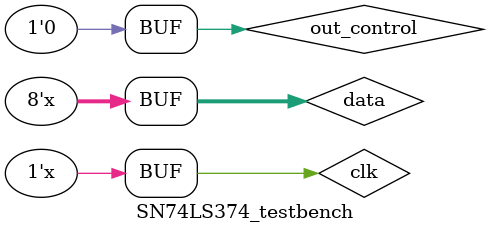
<source format=v>
`timescale 1ns / 1ps


module SN74LS374_testbench;

    // Inputs
    reg [7:0] data;
    reg clk;
    reg out_control;

    // Outputs
    wire [7:0] out;

    // Instantiate the Unit Under Test (UUT)
    SN74LS374 uut (
        .data(data), 
        .clk(clk), 
        .out_control(out_control), 
        .out(out)
    );
    
    //reg[15:0] counter;

    initial begin
        // Initialize Inputs
        data = 0;
        clk = 0;
        out_control = 1;
        //counter = 0;

        // Wait 1 us for global reset to finish
        #1000;
        
        // Add stimulus here
      out_control = 0;
    end
    
    always
    begin
        #100 data <= data + 1;
         #10 clk <= ~clk;     
         // counter <= counter + 1;
    end
      
endmodule


</source>
